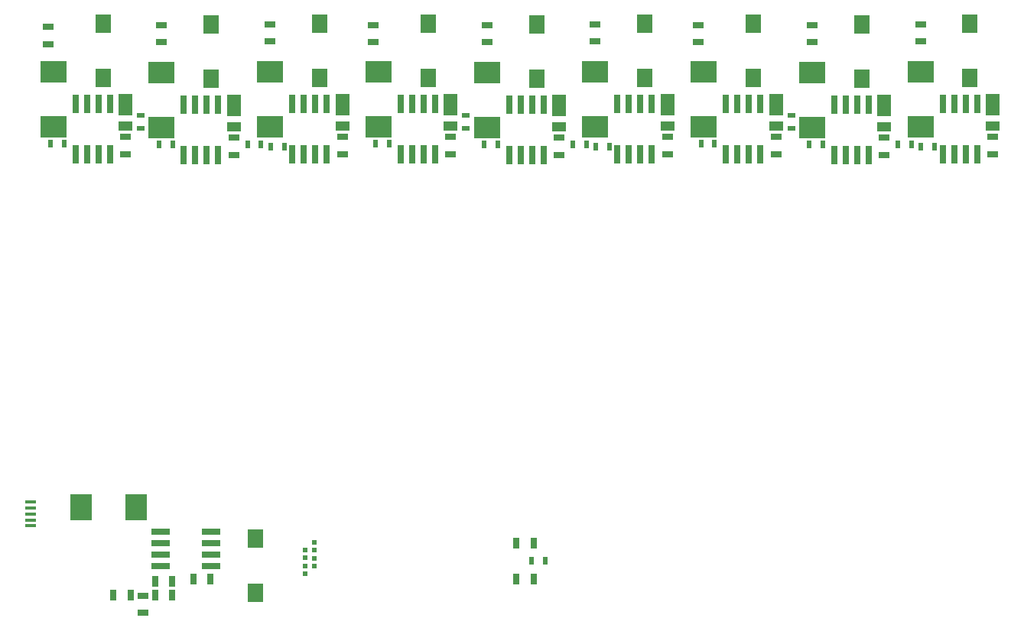
<source format=gbr>
%FSTAX24Y24*%
%MOIN*%
%IN /Users/acoth/Documents/LTC Documents/PCBs/lightClock2/GerberFiles/SPASTE4.GBR *%
%ADD10R,0.0217X0.0236*%
%ADD11R,0.0236X0.0354*%
%ADD12R,0.0250X0.0800*%
%ADD13R,0.0276X0.0512*%
%ADD14R,0.0354X0.0236*%
%ADD15R,0.0512X0.0177*%
%ADD16R,0.0512X0.0276*%
%ADD17R,0.0591X0.0413*%
%ADD18R,0.0591X0.0945*%
%ADD19R,0.0669X0.0787*%
%ADD20R,0.0800X0.0250*%
%ADD21R,0.0945X0.1142*%
%ADD22R,0.1142X0.0945*%
D16*X007283Y001063D03*Y000315D03*D20*X008071Y002362D03*Y003362D03*
X010271Y003862D03*Y003362D03*Y002862D03*Y002362D03*D12*
X010579Y020276D03*X010079D03*X009579D03*D16*X034882Y020335D03*
Y021083D03*D19*X015Y023661D03*D12*X014803Y022515D03*X014303D03*
X013803D03*X015303D03*D18*X015984Y02248D03*D11*X012865Y02064D03*
X011856Y02074D03*D10*X01437Y003051D03*X014764D03*D16*X022283Y025217D03*
D10*X014764Y002697D03*X01437Y002717D03*D11*X018031Y020787D03*D16*
X017329Y025222D03*D12*X020028Y020315D03*X019528D03*X019028D03*
X018528D03*D22*X027008Y021535D03*Y023937D03*D12*X029476Y020315D03*
X028976D03*X028476D03*X027976D03*D13*X006004Y001083D03*X006752D03*D16*
X00811Y025965D03*D19*X010276Y025984D03*D10*X01437Y002028D03*
X014764Y002362D03*X01437D03*D16*X044331Y020335D03*Y021083D03*
X012835Y026004D03*D19*X015Y026024D03*D16*X015984Y020335D03*Y021083D03*
X027008Y026004D03*D19*X029173Y026024D03*D11*X031614Y020787D03*D12*
X04365Y020315D03*X04315D03*X04265D03*X04215D03*X037425Y020276D03*D11*
X007992Y020748D03*D22*X022283Y021496D03*Y023898D03*D17*
X020709Y021545D03*X015984D03*X034882D03*D11*X024228Y002575D03*D19*
X024449Y023622D03*D12*X024752Y022476D03*D18*X025433Y022441D03*D12*
X024252Y022476D03*X023752D03*X023252D03*D11*X032205Y020787D03*D15*
X002382Y004114D03*Y00437D03*Y004626D03*Y004882D03*Y005138D03*D11*
X013456Y02064D03*D12*X034201Y020315D03*X033701D03*X033201D03*
X023252Y020276D03*D14*X035552Y02144D03*D16*X020709Y020335D03*
Y021083D03*D22*X031732Y021535D03*Y023937D03*D10*X014764Y003386D03*D11*
X036929Y020748D03*D17*X030157Y021545D03*D19*X043346Y023661D03*D12*
X04315Y022515D03*X04265D03*X04215D03*X04365D03*D18*X044331Y02248D03*
D16*X022283Y025965D03*D19*X024449Y025984D03*X010276Y023622D03*D12*
X010579Y022476D03*D18*X01126Y022441D03*D12*X010079Y022476D03*
X009579D03*X009079D03*D19*X033898Y023661D03*D12*X034201Y022515D03*D18*
X034882Y02248D03*D12*X033701Y022515D03*X033201D03*X032701D03*D17*
X025433Y021506D03*D16*Y020295D03*Y021043D03*D22*X017559Y021535D03*
Y023937D03*D16*X003156Y025124D03*D11*X008583Y020748D03*X022756D03*D13*
X008563Y001083D03*D19*X012205Y001181D03*D14*X007206Y02144D03*D16*
X01126Y020295D03*Y021043D03*D11*X022165Y020748D03*D19*
X019724Y023661D03*D12*X020028Y022515D03*D18*X020709Y02248D03*D12*
X019528Y022515D03*X019028D03*X018528D03*D20*X008071Y002862D03*D17*
X01126Y021506D03*X006535Y021545D03*D22*X00811Y021496D03*Y023898D03*
X012835Y021535D03*Y023937D03*D11*X041212Y02064D03*X040202Y02074D03*D16*
X030157Y020335D03*Y021083D03*X036457Y025217D03*D22*Y021496D03*
Y023898D03*D17*X039606Y021506D03*D16*X041181Y025256D03*D12*
X038925Y020276D03*X038425D03*X037925D03*X009079D03*D19*
X038622Y023622D03*D12*X038925Y022476D03*D18*X039606Y022441D03*D12*
X038425Y022476D03*X037925D03*X037425D03*D19*X038622Y025984D03*D16*
X036457Y025965D03*D11*X041802Y02064D03*D16*X017329Y02597D03*D19*
X019724Y026024D03*X029173Y023661D03*D12*X028976Y022515D03*X028476D03*
X027976D03*X029476D03*D18*X030157Y02248D03*D16*X039606Y020295D03*
Y021043D03*D11*X027039Y02064D03*X026029Y02074D03*X003858Y020787D03*D13*
X024327Y001787D03*X023579D03*D11*X036339Y020748D03*D22*
X003386Y021535D03*Y023937D03*D11*X040793Y02074D03*X027629Y02064D03*D13*
X010236Y001772D03*X009488D03*D19*X012205Y003543D03*D13*
X007815Y001083D03*D16*X041181Y026004D03*D19*X043346Y026024D03*D16*
X031502Y02597D03*D19*X033898Y026024D03*D16*X006535Y020335D03*
Y021083D03*D12*X015303Y020315D03*X014803D03*X014303D03*X013803D03*D16*
X031502Y025222D03*D12*X024752Y020276D03*X024252D03*X023752D03*D16*
X00811Y025217D03*D14*X021379Y02144D03*D17*X044331Y021545D03*D16*
X027008Y025256D03*D12*X032701Y020315D03*X005854D03*X005354D03*
X004854D03*X004354D03*D20*X008071Y003862D03*D11*X017441Y020787D03*D14*
X021379Y022031D03*D22*X041181Y021535D03*Y023937D03*D21*
X004587Y004921D03*X006988D03*D11*X02662Y02074D03*D16*X012835Y025256D03*
D13*X024327Y003362D03*X023579D03*D14*X035552Y022031D03*D11*
X024819Y002575D03*X012446Y02074D03*D19*X005551Y023661D03*D12*
X005854Y022515D03*D18*X006535Y02248D03*D12*X005354Y022515D03*
X004854D03*X004354D03*D19*X005551Y026024D03*D16*X003156Y025872D03*D14*
X007206Y022031D03*D11*X003268Y020787D03*D13*X007815Y001673D03*
X008563D03*
M02*
</source>
